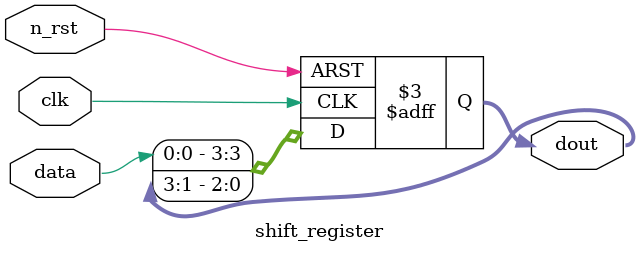
<source format=v>
module shift_register (
    input clk,
    input n_rst,
    input data,
    output reg [3:0] dout
);

always @(posedge clk or negedge n_rst)
    if(!n_rst)
        dout <= 4'b0;
    else begin
            dout <= {data, dout[3:1]};
    end
endmodule
</source>
